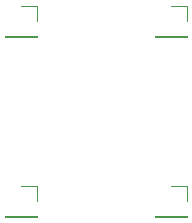
<source format=gbr>
%TF.GenerationSoftware,KiCad,Pcbnew,8.0.3*%
%TF.CreationDate,2024-07-23T12:16:12+02:00*%
%TF.ProjectId,TinyLDOP,54696e79-4c44-44f5-902e-6b696361645f,rev?*%
%TF.SameCoordinates,Original*%
%TF.FileFunction,Legend,Bot*%
%TF.FilePolarity,Positive*%
%FSLAX46Y46*%
G04 Gerber Fmt 4.6, Leading zero omitted, Abs format (unit mm)*
G04 Created by KiCad (PCBNEW 8.0.3) date 2024-07-23 12:16:12*
%MOMM*%
%LPD*%
G01*
G04 APERTURE LIST*
%ADD10C,0.120000*%
G04 APERTURE END LIST*
D10*
%TO.C,J4*%
X79950000Y-77470000D02*
X82610000Y-77470000D01*
X79950000Y-77530000D02*
X79950000Y-77470000D01*
X79950000Y-77530000D02*
X82610000Y-77530000D01*
X81280000Y-74870000D02*
X82610000Y-74870000D01*
X82610000Y-74870000D02*
X82610000Y-76200000D01*
X82610000Y-77530000D02*
X82610000Y-77470000D01*
%TO.C,J2*%
X79950000Y-62230000D02*
X82610000Y-62230000D01*
X79950000Y-62290000D02*
X79950000Y-62230000D01*
X79950000Y-62290000D02*
X82610000Y-62290000D01*
X81280000Y-59630000D02*
X82610000Y-59630000D01*
X82610000Y-59630000D02*
X82610000Y-60960000D01*
X82610000Y-62290000D02*
X82610000Y-62230000D01*
%TO.C,J1*%
X67250000Y-62230000D02*
X69910000Y-62230000D01*
X67250000Y-62290000D02*
X67250000Y-62230000D01*
X67250000Y-62290000D02*
X69910000Y-62290000D01*
X68580000Y-59630000D02*
X69910000Y-59630000D01*
X69910000Y-59630000D02*
X69910000Y-60960000D01*
X69910000Y-62290000D02*
X69910000Y-62230000D01*
%TO.C,J3*%
X67250000Y-77470000D02*
X69910000Y-77470000D01*
X67250000Y-77530000D02*
X67250000Y-77470000D01*
X67250000Y-77530000D02*
X69910000Y-77530000D01*
X68580000Y-74870000D02*
X69910000Y-74870000D01*
X69910000Y-74870000D02*
X69910000Y-76200000D01*
X69910000Y-77530000D02*
X69910000Y-77470000D01*
%TD*%
M02*

</source>
